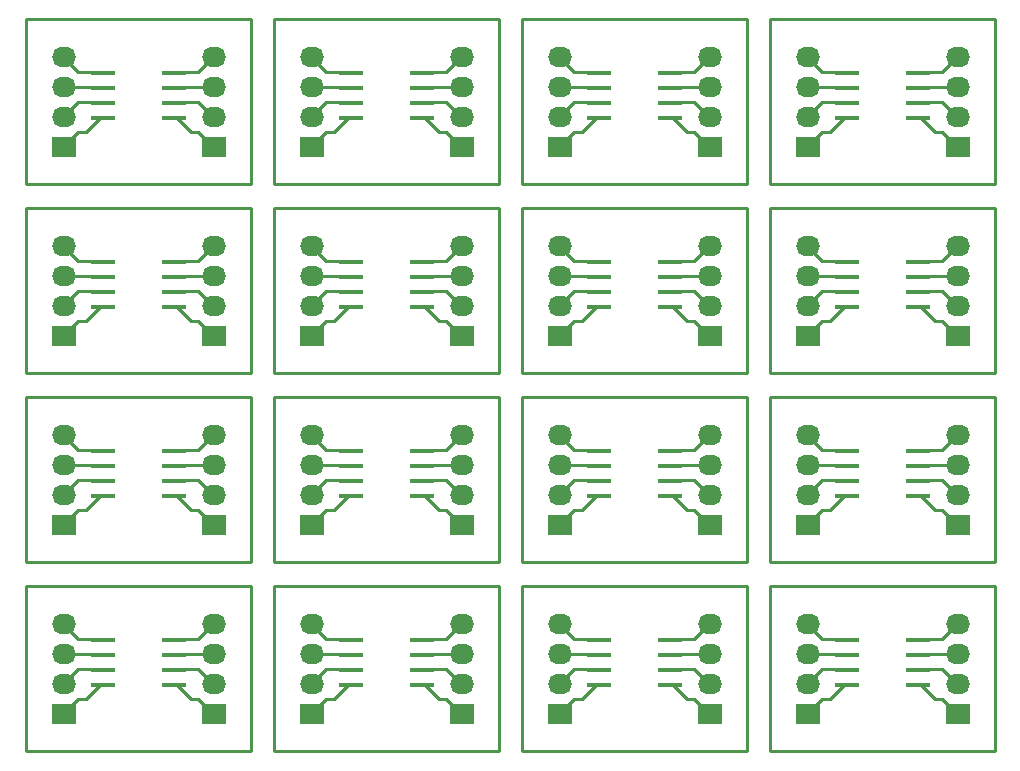
<source format=gbr>
G04 #@! TF.FileFunction,Copper,L2,Bot,Signal*
%FSLAX46Y46*%
G04 Gerber Fmt 4.6, Leading zero omitted, Abs format (unit mm)*
G04 Created by KiCad (PCBNEW (2015-06-03 BZR 5697)-product) date Thursday, 18 June 2015 09:42:36*
%MOMM*%
G01*
G04 APERTURE LIST*
%ADD10C,0.100000*%
%ADD11R,2.000000X0.400000*%
%ADD12R,2.032000X1.727200*%
%ADD13O,2.032000X1.727200*%
%ADD14C,0.250000*%
G04 APERTURE END LIST*
D10*
D11*
X214630000Y-150965000D03*
X214630000Y-152235000D03*
X214630000Y-153505000D03*
X214630000Y-154775000D03*
X208630000Y-154775000D03*
X208630000Y-153505000D03*
X208630000Y-152235000D03*
X208630000Y-150965000D03*
X193630000Y-150965000D03*
X193630000Y-152235000D03*
X193630000Y-153505000D03*
X193630000Y-154775000D03*
X187630000Y-154775000D03*
X187630000Y-153505000D03*
X187630000Y-152235000D03*
X187630000Y-150965000D03*
X172630000Y-150965000D03*
X172630000Y-152235000D03*
X172630000Y-153505000D03*
X172630000Y-154775000D03*
X166630000Y-154775000D03*
X166630000Y-153505000D03*
X166630000Y-152235000D03*
X166630000Y-150965000D03*
X151630000Y-150965000D03*
X151630000Y-152235000D03*
X151630000Y-153505000D03*
X151630000Y-154775000D03*
X145630000Y-154775000D03*
X145630000Y-153505000D03*
X145630000Y-152235000D03*
X145630000Y-150965000D03*
X214630000Y-134965000D03*
X214630000Y-136235000D03*
X214630000Y-137505000D03*
X214630000Y-138775000D03*
X208630000Y-138775000D03*
X208630000Y-137505000D03*
X208630000Y-136235000D03*
X208630000Y-134965000D03*
X193630000Y-134965000D03*
X193630000Y-136235000D03*
X193630000Y-137505000D03*
X193630000Y-138775000D03*
X187630000Y-138775000D03*
X187630000Y-137505000D03*
X187630000Y-136235000D03*
X187630000Y-134965000D03*
X172630000Y-134965000D03*
X172630000Y-136235000D03*
X172630000Y-137505000D03*
X172630000Y-138775000D03*
X166630000Y-138775000D03*
X166630000Y-137505000D03*
X166630000Y-136235000D03*
X166630000Y-134965000D03*
X151630000Y-134965000D03*
X151630000Y-136235000D03*
X151630000Y-137505000D03*
X151630000Y-138775000D03*
X145630000Y-138775000D03*
X145630000Y-137505000D03*
X145630000Y-136235000D03*
X145630000Y-134965000D03*
X214630000Y-118965000D03*
X214630000Y-120235000D03*
X214630000Y-121505000D03*
X214630000Y-122775000D03*
X208630000Y-122775000D03*
X208630000Y-121505000D03*
X208630000Y-120235000D03*
X208630000Y-118965000D03*
X193630000Y-118965000D03*
X193630000Y-120235000D03*
X193630000Y-121505000D03*
X193630000Y-122775000D03*
X187630000Y-122775000D03*
X187630000Y-121505000D03*
X187630000Y-120235000D03*
X187630000Y-118965000D03*
X172630000Y-118965000D03*
X172630000Y-120235000D03*
X172630000Y-121505000D03*
X172630000Y-122775000D03*
X166630000Y-122775000D03*
X166630000Y-121505000D03*
X166630000Y-120235000D03*
X166630000Y-118965000D03*
X151630000Y-118965000D03*
X151630000Y-120235000D03*
X151630000Y-121505000D03*
X151630000Y-122775000D03*
X145630000Y-122775000D03*
X145630000Y-121505000D03*
X145630000Y-120235000D03*
X145630000Y-118965000D03*
X214630000Y-102965000D03*
X214630000Y-104235000D03*
X214630000Y-105505000D03*
X214630000Y-106775000D03*
X208630000Y-106775000D03*
X208630000Y-105505000D03*
X208630000Y-104235000D03*
X208630000Y-102965000D03*
X193630000Y-102965000D03*
X193630000Y-104235000D03*
X193630000Y-105505000D03*
X193630000Y-106775000D03*
X187630000Y-106775000D03*
X187630000Y-105505000D03*
X187630000Y-104235000D03*
X187630000Y-102965000D03*
X172630000Y-102965000D03*
X172630000Y-104235000D03*
X172630000Y-105505000D03*
X172630000Y-106775000D03*
X166630000Y-106775000D03*
X166630000Y-105505000D03*
X166630000Y-104235000D03*
X166630000Y-102965000D03*
D12*
X218003500Y-157220000D03*
D13*
X218003500Y-154680000D03*
X218003500Y-152140000D03*
X218003500Y-149600000D03*
D12*
X197003500Y-157220000D03*
D13*
X197003500Y-154680000D03*
X197003500Y-152140000D03*
X197003500Y-149600000D03*
D12*
X176003500Y-157220000D03*
D13*
X176003500Y-154680000D03*
X176003500Y-152140000D03*
X176003500Y-149600000D03*
D12*
X155003500Y-157220000D03*
D13*
X155003500Y-154680000D03*
X155003500Y-152140000D03*
X155003500Y-149600000D03*
D12*
X218003500Y-141220000D03*
D13*
X218003500Y-138680000D03*
X218003500Y-136140000D03*
X218003500Y-133600000D03*
D12*
X197003500Y-141220000D03*
D13*
X197003500Y-138680000D03*
X197003500Y-136140000D03*
X197003500Y-133600000D03*
D12*
X176003500Y-141220000D03*
D13*
X176003500Y-138680000D03*
X176003500Y-136140000D03*
X176003500Y-133600000D03*
D12*
X155003500Y-141220000D03*
D13*
X155003500Y-138680000D03*
X155003500Y-136140000D03*
X155003500Y-133600000D03*
D12*
X218003500Y-125220000D03*
D13*
X218003500Y-122680000D03*
X218003500Y-120140000D03*
X218003500Y-117600000D03*
D12*
X197003500Y-125220000D03*
D13*
X197003500Y-122680000D03*
X197003500Y-120140000D03*
X197003500Y-117600000D03*
D12*
X176003500Y-125220000D03*
D13*
X176003500Y-122680000D03*
X176003500Y-120140000D03*
X176003500Y-117600000D03*
D12*
X155003500Y-125220000D03*
D13*
X155003500Y-122680000D03*
X155003500Y-120140000D03*
X155003500Y-117600000D03*
D12*
X218003500Y-109220000D03*
D13*
X218003500Y-106680000D03*
X218003500Y-104140000D03*
X218003500Y-101600000D03*
D12*
X197003500Y-109220000D03*
D13*
X197003500Y-106680000D03*
X197003500Y-104140000D03*
X197003500Y-101600000D03*
D12*
X176003500Y-109220000D03*
D13*
X176003500Y-106680000D03*
X176003500Y-104140000D03*
X176003500Y-101600000D03*
D12*
X205303500Y-157220000D03*
D13*
X205303500Y-154680000D03*
X205303500Y-152140000D03*
X205303500Y-149600000D03*
D12*
X184303500Y-157220000D03*
D13*
X184303500Y-154680000D03*
X184303500Y-152140000D03*
X184303500Y-149600000D03*
D12*
X163303500Y-157220000D03*
D13*
X163303500Y-154680000D03*
X163303500Y-152140000D03*
X163303500Y-149600000D03*
D12*
X142303500Y-157220000D03*
D13*
X142303500Y-154680000D03*
X142303500Y-152140000D03*
X142303500Y-149600000D03*
D12*
X205303500Y-141220000D03*
D13*
X205303500Y-138680000D03*
X205303500Y-136140000D03*
X205303500Y-133600000D03*
D12*
X184303500Y-141220000D03*
D13*
X184303500Y-138680000D03*
X184303500Y-136140000D03*
X184303500Y-133600000D03*
D12*
X163303500Y-141220000D03*
D13*
X163303500Y-138680000D03*
X163303500Y-136140000D03*
X163303500Y-133600000D03*
D12*
X142303500Y-141220000D03*
D13*
X142303500Y-138680000D03*
X142303500Y-136140000D03*
X142303500Y-133600000D03*
D12*
X205303500Y-125220000D03*
D13*
X205303500Y-122680000D03*
X205303500Y-120140000D03*
X205303500Y-117600000D03*
D12*
X184303500Y-125220000D03*
D13*
X184303500Y-122680000D03*
X184303500Y-120140000D03*
X184303500Y-117600000D03*
D12*
X163303500Y-125220000D03*
D13*
X163303500Y-122680000D03*
X163303500Y-120140000D03*
X163303500Y-117600000D03*
D12*
X142303500Y-125220000D03*
D13*
X142303500Y-122680000D03*
X142303500Y-120140000D03*
X142303500Y-117600000D03*
D12*
X205303500Y-109220000D03*
D13*
X205303500Y-106680000D03*
X205303500Y-104140000D03*
X205303500Y-101600000D03*
D12*
X184303500Y-109220000D03*
D13*
X184303500Y-106680000D03*
X184303500Y-104140000D03*
X184303500Y-101600000D03*
D12*
X163303500Y-109220000D03*
D13*
X163303500Y-106680000D03*
X163303500Y-104140000D03*
X163303500Y-101600000D03*
D12*
X142303500Y-109220000D03*
D13*
X142303500Y-106680000D03*
X142303500Y-104140000D03*
X142303500Y-101600000D03*
D12*
X155003500Y-109220000D03*
D13*
X155003500Y-106680000D03*
X155003500Y-104140000D03*
X155003500Y-101600000D03*
D11*
X151630000Y-102965000D03*
X151630000Y-104235000D03*
X151630000Y-105505000D03*
X151630000Y-106775000D03*
X145630000Y-106775000D03*
X145630000Y-105505000D03*
X145630000Y-104235000D03*
X145630000Y-102965000D03*
D14*
X139065000Y-98425000D02*
X158115000Y-98425000D01*
X158115000Y-98425000D02*
X158115000Y-104775000D01*
X158115000Y-104775000D02*
X158115000Y-108573102D01*
X158115000Y-108573102D02*
X158115000Y-112395000D01*
X158115000Y-112395000D02*
X139065000Y-112395000D01*
X139065000Y-112395000D02*
X139065000Y-98425000D01*
X139065000Y-98425000D02*
X143510000Y-98425000D01*
X143510000Y-98425000D02*
X148590000Y-98425000D01*
X179115000Y-98425000D02*
X179115000Y-104775000D01*
X200115000Y-98425000D02*
X200115000Y-104775000D01*
X221115000Y-98425000D02*
X221115000Y-104775000D01*
X158115000Y-114425000D02*
X158115000Y-120775000D01*
X179115000Y-114425000D02*
X179115000Y-120775000D01*
X200115000Y-114425000D02*
X200115000Y-120775000D01*
X221115000Y-114425000D02*
X221115000Y-120775000D01*
X158115000Y-130425000D02*
X158115000Y-136775000D01*
X179115000Y-130425000D02*
X179115000Y-136775000D01*
X200115000Y-130425000D02*
X200115000Y-136775000D01*
X221115000Y-130425000D02*
X221115000Y-136775000D01*
X158115000Y-146425000D02*
X158115000Y-152775000D01*
X179115000Y-146425000D02*
X179115000Y-152775000D01*
X200115000Y-146425000D02*
X200115000Y-152775000D01*
X221115000Y-146425000D02*
X221115000Y-152775000D01*
X160065000Y-98425000D02*
X179115000Y-98425000D01*
X181065000Y-98425000D02*
X200115000Y-98425000D01*
X202065000Y-98425000D02*
X221115000Y-98425000D01*
X139065000Y-114425000D02*
X158115000Y-114425000D01*
X160065000Y-114425000D02*
X179115000Y-114425000D01*
X181065000Y-114425000D02*
X200115000Y-114425000D01*
X202065000Y-114425000D02*
X221115000Y-114425000D01*
X139065000Y-130425000D02*
X158115000Y-130425000D01*
X160065000Y-130425000D02*
X179115000Y-130425000D01*
X181065000Y-130425000D02*
X200115000Y-130425000D01*
X202065000Y-130425000D02*
X221115000Y-130425000D01*
X139065000Y-146425000D02*
X158115000Y-146425000D01*
X160065000Y-146425000D02*
X179115000Y-146425000D01*
X181065000Y-146425000D02*
X200115000Y-146425000D01*
X202065000Y-146425000D02*
X221115000Y-146425000D01*
X179115000Y-104775000D02*
X179115000Y-108573102D01*
X200115000Y-104775000D02*
X200115000Y-108573102D01*
X221115000Y-104775000D02*
X221115000Y-108573102D01*
X158115000Y-120775000D02*
X158115000Y-124573102D01*
X179115000Y-120775000D02*
X179115000Y-124573102D01*
X200115000Y-120775000D02*
X200115000Y-124573102D01*
X221115000Y-120775000D02*
X221115000Y-124573102D01*
X158115000Y-136775000D02*
X158115000Y-140573102D01*
X179115000Y-136775000D02*
X179115000Y-140573102D01*
X200115000Y-136775000D02*
X200115000Y-140573102D01*
X221115000Y-136775000D02*
X221115000Y-140573102D01*
X158115000Y-152775000D02*
X158115000Y-156573102D01*
X179115000Y-152775000D02*
X179115000Y-156573102D01*
X200115000Y-152775000D02*
X200115000Y-156573102D01*
X221115000Y-152775000D02*
X221115000Y-156573102D01*
X179115000Y-108573102D02*
X179115000Y-112395000D01*
X200115000Y-108573102D02*
X200115000Y-112395000D01*
X221115000Y-108573102D02*
X221115000Y-112395000D01*
X158115000Y-124573102D02*
X158115000Y-128395000D01*
X179115000Y-124573102D02*
X179115000Y-128395000D01*
X200115000Y-124573102D02*
X200115000Y-128395000D01*
X221115000Y-124573102D02*
X221115000Y-128395000D01*
X158115000Y-140573102D02*
X158115000Y-144395000D01*
X179115000Y-140573102D02*
X179115000Y-144395000D01*
X200115000Y-140573102D02*
X200115000Y-144395000D01*
X221115000Y-140573102D02*
X221115000Y-144395000D01*
X158115000Y-156573102D02*
X158115000Y-160395000D01*
X179115000Y-156573102D02*
X179115000Y-160395000D01*
X200115000Y-156573102D02*
X200115000Y-160395000D01*
X221115000Y-156573102D02*
X221115000Y-160395000D01*
X179115000Y-112395000D02*
X160065000Y-112395000D01*
X200115000Y-112395000D02*
X181065000Y-112395000D01*
X221115000Y-112395000D02*
X202065000Y-112395000D01*
X158115000Y-128395000D02*
X139065000Y-128395000D01*
X179115000Y-128395000D02*
X160065000Y-128395000D01*
X200115000Y-128395000D02*
X181065000Y-128395000D01*
X221115000Y-128395000D02*
X202065000Y-128395000D01*
X158115000Y-144395000D02*
X139065000Y-144395000D01*
X179115000Y-144395000D02*
X160065000Y-144395000D01*
X200115000Y-144395000D02*
X181065000Y-144395000D01*
X221115000Y-144395000D02*
X202065000Y-144395000D01*
X158115000Y-160395000D02*
X139065000Y-160395000D01*
X179115000Y-160395000D02*
X160065000Y-160395000D01*
X200115000Y-160395000D02*
X181065000Y-160395000D01*
X221115000Y-160395000D02*
X202065000Y-160395000D01*
X160065000Y-98425000D02*
X164510000Y-98425000D01*
X181065000Y-98425000D02*
X185510000Y-98425000D01*
X202065000Y-98425000D02*
X206510000Y-98425000D01*
X139065000Y-114425000D02*
X143510000Y-114425000D01*
X160065000Y-114425000D02*
X164510000Y-114425000D01*
X181065000Y-114425000D02*
X185510000Y-114425000D01*
X202065000Y-114425000D02*
X206510000Y-114425000D01*
X139065000Y-130425000D02*
X143510000Y-130425000D01*
X160065000Y-130425000D02*
X164510000Y-130425000D01*
X181065000Y-130425000D02*
X185510000Y-130425000D01*
X202065000Y-130425000D02*
X206510000Y-130425000D01*
X139065000Y-146425000D02*
X143510000Y-146425000D01*
X160065000Y-146425000D02*
X164510000Y-146425000D01*
X181065000Y-146425000D02*
X185510000Y-146425000D01*
X202065000Y-146425000D02*
X206510000Y-146425000D01*
X164510000Y-98425000D02*
X169590000Y-98425000D01*
X185510000Y-98425000D02*
X190590000Y-98425000D01*
X206510000Y-98425000D02*
X211590000Y-98425000D01*
X143510000Y-114425000D02*
X148590000Y-114425000D01*
X164510000Y-114425000D02*
X169590000Y-114425000D01*
X185510000Y-114425000D02*
X190590000Y-114425000D01*
X206510000Y-114425000D02*
X211590000Y-114425000D01*
X143510000Y-130425000D02*
X148590000Y-130425000D01*
X164510000Y-130425000D02*
X169590000Y-130425000D01*
X185510000Y-130425000D02*
X190590000Y-130425000D01*
X206510000Y-130425000D02*
X211590000Y-130425000D01*
X143510000Y-146425000D02*
X148590000Y-146425000D01*
X164510000Y-146425000D02*
X169590000Y-146425000D01*
X185510000Y-146425000D02*
X190590000Y-146425000D01*
X206510000Y-146425000D02*
X211590000Y-146425000D01*
X160065000Y-112395000D02*
X160065000Y-98425000D01*
X181065000Y-112395000D02*
X181065000Y-98425000D01*
X202065000Y-112395000D02*
X202065000Y-98425000D01*
X139065000Y-128395000D02*
X139065000Y-114425000D01*
X160065000Y-128395000D02*
X160065000Y-114425000D01*
X181065000Y-128395000D02*
X181065000Y-114425000D01*
X202065000Y-128395000D02*
X202065000Y-114425000D01*
X139065000Y-144395000D02*
X139065000Y-130425000D01*
X160065000Y-144395000D02*
X160065000Y-130425000D01*
X181065000Y-144395000D02*
X181065000Y-130425000D01*
X202065000Y-144395000D02*
X202065000Y-130425000D01*
X139065000Y-160395000D02*
X139065000Y-146425000D01*
X160065000Y-160395000D02*
X160065000Y-146425000D01*
X181065000Y-160395000D02*
X181065000Y-146425000D01*
X202065000Y-160395000D02*
X202065000Y-146425000D01*
X145415000Y-106680000D02*
X145630000Y-106775000D01*
X144145000Y-107950000D02*
X145415000Y-106680000D01*
X143510000Y-107950000D02*
X144145000Y-107950000D01*
X142240000Y-109220000D02*
X143510000Y-107950000D01*
X142303500Y-109220000D02*
X142240000Y-109220000D01*
X166415000Y-106680000D02*
X166630000Y-106775000D01*
X187415000Y-106680000D02*
X187630000Y-106775000D01*
X208415000Y-106680000D02*
X208630000Y-106775000D01*
X145415000Y-122680000D02*
X145630000Y-122775000D01*
X166415000Y-122680000D02*
X166630000Y-122775000D01*
X187415000Y-122680000D02*
X187630000Y-122775000D01*
X208415000Y-122680000D02*
X208630000Y-122775000D01*
X145415000Y-138680000D02*
X145630000Y-138775000D01*
X166415000Y-138680000D02*
X166630000Y-138775000D01*
X187415000Y-138680000D02*
X187630000Y-138775000D01*
X208415000Y-138680000D02*
X208630000Y-138775000D01*
X145415000Y-154680000D02*
X145630000Y-154775000D01*
X166415000Y-154680000D02*
X166630000Y-154775000D01*
X187415000Y-154680000D02*
X187630000Y-154775000D01*
X208415000Y-154680000D02*
X208630000Y-154775000D01*
X164510000Y-107950000D02*
X165145000Y-107950000D01*
X185510000Y-107950000D02*
X186145000Y-107950000D01*
X206510000Y-107950000D02*
X207145000Y-107950000D01*
X143510000Y-123950000D02*
X144145000Y-123950000D01*
X164510000Y-123950000D02*
X165145000Y-123950000D01*
X185510000Y-123950000D02*
X186145000Y-123950000D01*
X206510000Y-123950000D02*
X207145000Y-123950000D01*
X143510000Y-139950000D02*
X144145000Y-139950000D01*
X164510000Y-139950000D02*
X165145000Y-139950000D01*
X185510000Y-139950000D02*
X186145000Y-139950000D01*
X206510000Y-139950000D02*
X207145000Y-139950000D01*
X143510000Y-155950000D02*
X144145000Y-155950000D01*
X164510000Y-155950000D02*
X165145000Y-155950000D01*
X185510000Y-155950000D02*
X186145000Y-155950000D01*
X206510000Y-155950000D02*
X207145000Y-155950000D01*
X165145000Y-107950000D02*
X166415000Y-106680000D01*
X186145000Y-107950000D02*
X187415000Y-106680000D01*
X207145000Y-107950000D02*
X208415000Y-106680000D01*
X144145000Y-123950000D02*
X145415000Y-122680000D01*
X165145000Y-123950000D02*
X166415000Y-122680000D01*
X186145000Y-123950000D02*
X187415000Y-122680000D01*
X207145000Y-123950000D02*
X208415000Y-122680000D01*
X144145000Y-139950000D02*
X145415000Y-138680000D01*
X165145000Y-139950000D02*
X166415000Y-138680000D01*
X186145000Y-139950000D02*
X187415000Y-138680000D01*
X207145000Y-139950000D02*
X208415000Y-138680000D01*
X144145000Y-155950000D02*
X145415000Y-154680000D01*
X165145000Y-155950000D02*
X166415000Y-154680000D01*
X186145000Y-155950000D02*
X187415000Y-154680000D01*
X207145000Y-155950000D02*
X208415000Y-154680000D01*
X163303500Y-109220000D02*
X163240000Y-109220000D01*
X184303500Y-109220000D02*
X184240000Y-109220000D01*
X205303500Y-109220000D02*
X205240000Y-109220000D01*
X142303500Y-125220000D02*
X142240000Y-125220000D01*
X163303500Y-125220000D02*
X163240000Y-125220000D01*
X184303500Y-125220000D02*
X184240000Y-125220000D01*
X205303500Y-125220000D02*
X205240000Y-125220000D01*
X142303500Y-141220000D02*
X142240000Y-141220000D01*
X163303500Y-141220000D02*
X163240000Y-141220000D01*
X184303500Y-141220000D02*
X184240000Y-141220000D01*
X205303500Y-141220000D02*
X205240000Y-141220000D01*
X142303500Y-157220000D02*
X142240000Y-157220000D01*
X163303500Y-157220000D02*
X163240000Y-157220000D01*
X184303500Y-157220000D02*
X184240000Y-157220000D01*
X205303500Y-157220000D02*
X205240000Y-157220000D01*
X163240000Y-109220000D02*
X164510000Y-107950000D01*
X184240000Y-109220000D02*
X185510000Y-107950000D01*
X205240000Y-109220000D02*
X206510000Y-107950000D01*
X142240000Y-125220000D02*
X143510000Y-123950000D01*
X163240000Y-125220000D02*
X164510000Y-123950000D01*
X184240000Y-125220000D02*
X185510000Y-123950000D01*
X205240000Y-125220000D02*
X206510000Y-123950000D01*
X142240000Y-141220000D02*
X143510000Y-139950000D01*
X163240000Y-141220000D02*
X164510000Y-139950000D01*
X184240000Y-141220000D02*
X185510000Y-139950000D01*
X205240000Y-141220000D02*
X206510000Y-139950000D01*
X142240000Y-157220000D02*
X143510000Y-155950000D01*
X163240000Y-157220000D02*
X164510000Y-155950000D01*
X184240000Y-157220000D02*
X185510000Y-155950000D01*
X205240000Y-157220000D02*
X206510000Y-155950000D01*
X145415000Y-105410000D02*
X145630000Y-105505000D01*
X143510000Y-105410000D02*
X145415000Y-105410000D01*
X142240000Y-106680000D02*
X143510000Y-105410000D01*
X142303500Y-106680000D02*
X142240000Y-106680000D01*
X163303500Y-106680000D02*
X163240000Y-106680000D01*
X184303500Y-106680000D02*
X184240000Y-106680000D01*
X205303500Y-106680000D02*
X205240000Y-106680000D01*
X142303500Y-122680000D02*
X142240000Y-122680000D01*
X163303500Y-122680000D02*
X163240000Y-122680000D01*
X184303500Y-122680000D02*
X184240000Y-122680000D01*
X205303500Y-122680000D02*
X205240000Y-122680000D01*
X142303500Y-138680000D02*
X142240000Y-138680000D01*
X163303500Y-138680000D02*
X163240000Y-138680000D01*
X184303500Y-138680000D02*
X184240000Y-138680000D01*
X205303500Y-138680000D02*
X205240000Y-138680000D01*
X142303500Y-154680000D02*
X142240000Y-154680000D01*
X163303500Y-154680000D02*
X163240000Y-154680000D01*
X184303500Y-154680000D02*
X184240000Y-154680000D01*
X205303500Y-154680000D02*
X205240000Y-154680000D01*
X166415000Y-105410000D02*
X166630000Y-105505000D01*
X187415000Y-105410000D02*
X187630000Y-105505000D01*
X208415000Y-105410000D02*
X208630000Y-105505000D01*
X145415000Y-121410000D02*
X145630000Y-121505000D01*
X166415000Y-121410000D02*
X166630000Y-121505000D01*
X187415000Y-121410000D02*
X187630000Y-121505000D01*
X208415000Y-121410000D02*
X208630000Y-121505000D01*
X145415000Y-137410000D02*
X145630000Y-137505000D01*
X166415000Y-137410000D02*
X166630000Y-137505000D01*
X187415000Y-137410000D02*
X187630000Y-137505000D01*
X208415000Y-137410000D02*
X208630000Y-137505000D01*
X145415000Y-153410000D02*
X145630000Y-153505000D01*
X166415000Y-153410000D02*
X166630000Y-153505000D01*
X187415000Y-153410000D02*
X187630000Y-153505000D01*
X208415000Y-153410000D02*
X208630000Y-153505000D01*
X164510000Y-105410000D02*
X166415000Y-105410000D01*
X185510000Y-105410000D02*
X187415000Y-105410000D01*
X206510000Y-105410000D02*
X208415000Y-105410000D01*
X143510000Y-121410000D02*
X145415000Y-121410000D01*
X164510000Y-121410000D02*
X166415000Y-121410000D01*
X185510000Y-121410000D02*
X187415000Y-121410000D01*
X206510000Y-121410000D02*
X208415000Y-121410000D01*
X143510000Y-137410000D02*
X145415000Y-137410000D01*
X164510000Y-137410000D02*
X166415000Y-137410000D01*
X185510000Y-137410000D02*
X187415000Y-137410000D01*
X206510000Y-137410000D02*
X208415000Y-137410000D01*
X143510000Y-153410000D02*
X145415000Y-153410000D01*
X164510000Y-153410000D02*
X166415000Y-153410000D01*
X185510000Y-153410000D02*
X187415000Y-153410000D01*
X206510000Y-153410000D02*
X208415000Y-153410000D01*
X163240000Y-106680000D02*
X164510000Y-105410000D01*
X184240000Y-106680000D02*
X185510000Y-105410000D01*
X205240000Y-106680000D02*
X206510000Y-105410000D01*
X142240000Y-122680000D02*
X143510000Y-121410000D01*
X163240000Y-122680000D02*
X164510000Y-121410000D01*
X184240000Y-122680000D02*
X185510000Y-121410000D01*
X205240000Y-122680000D02*
X206510000Y-121410000D01*
X142240000Y-138680000D02*
X143510000Y-137410000D01*
X163240000Y-138680000D02*
X164510000Y-137410000D01*
X184240000Y-138680000D02*
X185510000Y-137410000D01*
X205240000Y-138680000D02*
X206510000Y-137410000D01*
X142240000Y-154680000D02*
X143510000Y-153410000D01*
X163240000Y-154680000D02*
X164510000Y-153410000D01*
X184240000Y-154680000D02*
X185510000Y-153410000D01*
X205240000Y-154680000D02*
X206510000Y-153410000D01*
X145415000Y-104140000D02*
X145630000Y-104235000D01*
X142303500Y-104140000D02*
X145415000Y-104140000D01*
X163303500Y-104140000D02*
X166415000Y-104140000D01*
X184303500Y-104140000D02*
X187415000Y-104140000D01*
X205303500Y-104140000D02*
X208415000Y-104140000D01*
X142303500Y-120140000D02*
X145415000Y-120140000D01*
X163303500Y-120140000D02*
X166415000Y-120140000D01*
X184303500Y-120140000D02*
X187415000Y-120140000D01*
X205303500Y-120140000D02*
X208415000Y-120140000D01*
X142303500Y-136140000D02*
X145415000Y-136140000D01*
X163303500Y-136140000D02*
X166415000Y-136140000D01*
X184303500Y-136140000D02*
X187415000Y-136140000D01*
X205303500Y-136140000D02*
X208415000Y-136140000D01*
X142303500Y-152140000D02*
X145415000Y-152140000D01*
X163303500Y-152140000D02*
X166415000Y-152140000D01*
X184303500Y-152140000D02*
X187415000Y-152140000D01*
X205303500Y-152140000D02*
X208415000Y-152140000D01*
X166415000Y-104140000D02*
X166630000Y-104235000D01*
X187415000Y-104140000D02*
X187630000Y-104235000D01*
X208415000Y-104140000D02*
X208630000Y-104235000D01*
X145415000Y-120140000D02*
X145630000Y-120235000D01*
X166415000Y-120140000D02*
X166630000Y-120235000D01*
X187415000Y-120140000D02*
X187630000Y-120235000D01*
X208415000Y-120140000D02*
X208630000Y-120235000D01*
X145415000Y-136140000D02*
X145630000Y-136235000D01*
X166415000Y-136140000D02*
X166630000Y-136235000D01*
X187415000Y-136140000D02*
X187630000Y-136235000D01*
X208415000Y-136140000D02*
X208630000Y-136235000D01*
X145415000Y-152140000D02*
X145630000Y-152235000D01*
X166415000Y-152140000D02*
X166630000Y-152235000D01*
X187415000Y-152140000D02*
X187630000Y-152235000D01*
X208415000Y-152140000D02*
X208630000Y-152235000D01*
X145415000Y-102870000D02*
X145630000Y-102965000D01*
X143510000Y-102870000D02*
X145415000Y-102870000D01*
X142240000Y-101600000D02*
X143510000Y-102870000D01*
X142303500Y-101600000D02*
X142240000Y-101600000D01*
X164510000Y-102870000D02*
X166415000Y-102870000D01*
X185510000Y-102870000D02*
X187415000Y-102870000D01*
X206510000Y-102870000D02*
X208415000Y-102870000D01*
X143510000Y-118870000D02*
X145415000Y-118870000D01*
X164510000Y-118870000D02*
X166415000Y-118870000D01*
X185510000Y-118870000D02*
X187415000Y-118870000D01*
X206510000Y-118870000D02*
X208415000Y-118870000D01*
X143510000Y-134870000D02*
X145415000Y-134870000D01*
X164510000Y-134870000D02*
X166415000Y-134870000D01*
X185510000Y-134870000D02*
X187415000Y-134870000D01*
X206510000Y-134870000D02*
X208415000Y-134870000D01*
X143510000Y-150870000D02*
X145415000Y-150870000D01*
X164510000Y-150870000D02*
X166415000Y-150870000D01*
X185510000Y-150870000D02*
X187415000Y-150870000D01*
X206510000Y-150870000D02*
X208415000Y-150870000D01*
X166415000Y-102870000D02*
X166630000Y-102965000D01*
X187415000Y-102870000D02*
X187630000Y-102965000D01*
X208415000Y-102870000D02*
X208630000Y-102965000D01*
X145415000Y-118870000D02*
X145630000Y-118965000D01*
X166415000Y-118870000D02*
X166630000Y-118965000D01*
X187415000Y-118870000D02*
X187630000Y-118965000D01*
X208415000Y-118870000D02*
X208630000Y-118965000D01*
X145415000Y-134870000D02*
X145630000Y-134965000D01*
X166415000Y-134870000D02*
X166630000Y-134965000D01*
X187415000Y-134870000D02*
X187630000Y-134965000D01*
X208415000Y-134870000D02*
X208630000Y-134965000D01*
X145415000Y-150870000D02*
X145630000Y-150965000D01*
X166415000Y-150870000D02*
X166630000Y-150965000D01*
X187415000Y-150870000D02*
X187630000Y-150965000D01*
X208415000Y-150870000D02*
X208630000Y-150965000D01*
X163303500Y-101600000D02*
X163240000Y-101600000D01*
X184303500Y-101600000D02*
X184240000Y-101600000D01*
X205303500Y-101600000D02*
X205240000Y-101600000D01*
X142303500Y-117600000D02*
X142240000Y-117600000D01*
X163303500Y-117600000D02*
X163240000Y-117600000D01*
X184303500Y-117600000D02*
X184240000Y-117600000D01*
X205303500Y-117600000D02*
X205240000Y-117600000D01*
X142303500Y-133600000D02*
X142240000Y-133600000D01*
X163303500Y-133600000D02*
X163240000Y-133600000D01*
X184303500Y-133600000D02*
X184240000Y-133600000D01*
X205303500Y-133600000D02*
X205240000Y-133600000D01*
X142303500Y-149600000D02*
X142240000Y-149600000D01*
X163303500Y-149600000D02*
X163240000Y-149600000D01*
X184303500Y-149600000D02*
X184240000Y-149600000D01*
X205303500Y-149600000D02*
X205240000Y-149600000D01*
X163240000Y-101600000D02*
X164510000Y-102870000D01*
X184240000Y-101600000D02*
X185510000Y-102870000D01*
X205240000Y-101600000D02*
X206510000Y-102870000D01*
X142240000Y-117600000D02*
X143510000Y-118870000D01*
X163240000Y-117600000D02*
X164510000Y-118870000D01*
X184240000Y-117600000D02*
X185510000Y-118870000D01*
X205240000Y-117600000D02*
X206510000Y-118870000D01*
X142240000Y-133600000D02*
X143510000Y-134870000D01*
X163240000Y-133600000D02*
X164510000Y-134870000D01*
X184240000Y-133600000D02*
X185510000Y-134870000D01*
X205240000Y-133600000D02*
X206510000Y-134870000D01*
X142240000Y-149600000D02*
X143510000Y-150870000D01*
X163240000Y-149600000D02*
X164510000Y-150870000D01*
X184240000Y-149600000D02*
X185510000Y-150870000D01*
X205240000Y-149600000D02*
X206510000Y-150870000D01*
X151765000Y-102870000D02*
X151630000Y-102965000D01*
X153670000Y-102870000D02*
X151765000Y-102870000D01*
X154940000Y-101600000D02*
X153670000Y-102870000D01*
X155003500Y-101600000D02*
X154940000Y-101600000D01*
X176003500Y-101600000D02*
X175940000Y-101600000D01*
X197003500Y-101600000D02*
X196940000Y-101600000D01*
X218003500Y-101600000D02*
X217940000Y-101600000D01*
X155003500Y-117600000D02*
X154940000Y-117600000D01*
X176003500Y-117600000D02*
X175940000Y-117600000D01*
X197003500Y-117600000D02*
X196940000Y-117600000D01*
X218003500Y-117600000D02*
X217940000Y-117600000D01*
X155003500Y-133600000D02*
X154940000Y-133600000D01*
X176003500Y-133600000D02*
X175940000Y-133600000D01*
X197003500Y-133600000D02*
X196940000Y-133600000D01*
X218003500Y-133600000D02*
X217940000Y-133600000D01*
X155003500Y-149600000D02*
X154940000Y-149600000D01*
X176003500Y-149600000D02*
X175940000Y-149600000D01*
X197003500Y-149600000D02*
X196940000Y-149600000D01*
X218003500Y-149600000D02*
X217940000Y-149600000D01*
X172765000Y-102870000D02*
X172630000Y-102965000D01*
X193765000Y-102870000D02*
X193630000Y-102965000D01*
X214765000Y-102870000D02*
X214630000Y-102965000D01*
X151765000Y-118870000D02*
X151630000Y-118965000D01*
X172765000Y-118870000D02*
X172630000Y-118965000D01*
X193765000Y-118870000D02*
X193630000Y-118965000D01*
X214765000Y-118870000D02*
X214630000Y-118965000D01*
X151765000Y-134870000D02*
X151630000Y-134965000D01*
X172765000Y-134870000D02*
X172630000Y-134965000D01*
X193765000Y-134870000D02*
X193630000Y-134965000D01*
X214765000Y-134870000D02*
X214630000Y-134965000D01*
X151765000Y-150870000D02*
X151630000Y-150965000D01*
X172765000Y-150870000D02*
X172630000Y-150965000D01*
X193765000Y-150870000D02*
X193630000Y-150965000D01*
X214765000Y-150870000D02*
X214630000Y-150965000D01*
X175940000Y-101600000D02*
X174670000Y-102870000D01*
X196940000Y-101600000D02*
X195670000Y-102870000D01*
X217940000Y-101600000D02*
X216670000Y-102870000D01*
X154940000Y-117600000D02*
X153670000Y-118870000D01*
X175940000Y-117600000D02*
X174670000Y-118870000D01*
X196940000Y-117600000D02*
X195670000Y-118870000D01*
X217940000Y-117600000D02*
X216670000Y-118870000D01*
X154940000Y-133600000D02*
X153670000Y-134870000D01*
X175940000Y-133600000D02*
X174670000Y-134870000D01*
X196940000Y-133600000D02*
X195670000Y-134870000D01*
X217940000Y-133600000D02*
X216670000Y-134870000D01*
X154940000Y-149600000D02*
X153670000Y-150870000D01*
X175940000Y-149600000D02*
X174670000Y-150870000D01*
X196940000Y-149600000D02*
X195670000Y-150870000D01*
X217940000Y-149600000D02*
X216670000Y-150870000D01*
X174670000Y-102870000D02*
X172765000Y-102870000D01*
X195670000Y-102870000D02*
X193765000Y-102870000D01*
X216670000Y-102870000D02*
X214765000Y-102870000D01*
X153670000Y-118870000D02*
X151765000Y-118870000D01*
X174670000Y-118870000D02*
X172765000Y-118870000D01*
X195670000Y-118870000D02*
X193765000Y-118870000D01*
X216670000Y-118870000D02*
X214765000Y-118870000D01*
X153670000Y-134870000D02*
X151765000Y-134870000D01*
X174670000Y-134870000D02*
X172765000Y-134870000D01*
X195670000Y-134870000D02*
X193765000Y-134870000D01*
X216670000Y-134870000D02*
X214765000Y-134870000D01*
X153670000Y-150870000D02*
X151765000Y-150870000D01*
X174670000Y-150870000D02*
X172765000Y-150870000D01*
X195670000Y-150870000D02*
X193765000Y-150870000D01*
X216670000Y-150870000D02*
X214765000Y-150870000D01*
X151765000Y-104140000D02*
X151630000Y-104235000D01*
X155003500Y-104140000D02*
X151765000Y-104140000D01*
X172765000Y-104140000D02*
X172630000Y-104235000D01*
X193765000Y-104140000D02*
X193630000Y-104235000D01*
X214765000Y-104140000D02*
X214630000Y-104235000D01*
X151765000Y-120140000D02*
X151630000Y-120235000D01*
X172765000Y-120140000D02*
X172630000Y-120235000D01*
X193765000Y-120140000D02*
X193630000Y-120235000D01*
X214765000Y-120140000D02*
X214630000Y-120235000D01*
X151765000Y-136140000D02*
X151630000Y-136235000D01*
X172765000Y-136140000D02*
X172630000Y-136235000D01*
X193765000Y-136140000D02*
X193630000Y-136235000D01*
X214765000Y-136140000D02*
X214630000Y-136235000D01*
X151765000Y-152140000D02*
X151630000Y-152235000D01*
X172765000Y-152140000D02*
X172630000Y-152235000D01*
X193765000Y-152140000D02*
X193630000Y-152235000D01*
X214765000Y-152140000D02*
X214630000Y-152235000D01*
X176003500Y-104140000D02*
X172765000Y-104140000D01*
X197003500Y-104140000D02*
X193765000Y-104140000D01*
X218003500Y-104140000D02*
X214765000Y-104140000D01*
X155003500Y-120140000D02*
X151765000Y-120140000D01*
X176003500Y-120140000D02*
X172765000Y-120140000D01*
X197003500Y-120140000D02*
X193765000Y-120140000D01*
X218003500Y-120140000D02*
X214765000Y-120140000D01*
X155003500Y-136140000D02*
X151765000Y-136140000D01*
X176003500Y-136140000D02*
X172765000Y-136140000D01*
X197003500Y-136140000D02*
X193765000Y-136140000D01*
X218003500Y-136140000D02*
X214765000Y-136140000D01*
X155003500Y-152140000D02*
X151765000Y-152140000D01*
X176003500Y-152140000D02*
X172765000Y-152140000D01*
X197003500Y-152140000D02*
X193765000Y-152140000D01*
X218003500Y-152140000D02*
X214765000Y-152140000D01*
X151765000Y-105410000D02*
X151630000Y-105505000D01*
X153670000Y-105410000D02*
X151765000Y-105410000D01*
X154940000Y-106680000D02*
X153670000Y-105410000D01*
X155003500Y-106680000D02*
X154940000Y-106680000D01*
X174670000Y-105410000D02*
X172765000Y-105410000D01*
X195670000Y-105410000D02*
X193765000Y-105410000D01*
X216670000Y-105410000D02*
X214765000Y-105410000D01*
X153670000Y-121410000D02*
X151765000Y-121410000D01*
X174670000Y-121410000D02*
X172765000Y-121410000D01*
X195670000Y-121410000D02*
X193765000Y-121410000D01*
X216670000Y-121410000D02*
X214765000Y-121410000D01*
X153670000Y-137410000D02*
X151765000Y-137410000D01*
X174670000Y-137410000D02*
X172765000Y-137410000D01*
X195670000Y-137410000D02*
X193765000Y-137410000D01*
X216670000Y-137410000D02*
X214765000Y-137410000D01*
X153670000Y-153410000D02*
X151765000Y-153410000D01*
X174670000Y-153410000D02*
X172765000Y-153410000D01*
X195670000Y-153410000D02*
X193765000Y-153410000D01*
X216670000Y-153410000D02*
X214765000Y-153410000D01*
X172765000Y-105410000D02*
X172630000Y-105505000D01*
X193765000Y-105410000D02*
X193630000Y-105505000D01*
X214765000Y-105410000D02*
X214630000Y-105505000D01*
X151765000Y-121410000D02*
X151630000Y-121505000D01*
X172765000Y-121410000D02*
X172630000Y-121505000D01*
X193765000Y-121410000D02*
X193630000Y-121505000D01*
X214765000Y-121410000D02*
X214630000Y-121505000D01*
X151765000Y-137410000D02*
X151630000Y-137505000D01*
X172765000Y-137410000D02*
X172630000Y-137505000D01*
X193765000Y-137410000D02*
X193630000Y-137505000D01*
X214765000Y-137410000D02*
X214630000Y-137505000D01*
X151765000Y-153410000D02*
X151630000Y-153505000D01*
X172765000Y-153410000D02*
X172630000Y-153505000D01*
X193765000Y-153410000D02*
X193630000Y-153505000D01*
X214765000Y-153410000D02*
X214630000Y-153505000D01*
X175940000Y-106680000D02*
X174670000Y-105410000D01*
X196940000Y-106680000D02*
X195670000Y-105410000D01*
X217940000Y-106680000D02*
X216670000Y-105410000D01*
X154940000Y-122680000D02*
X153670000Y-121410000D01*
X175940000Y-122680000D02*
X174670000Y-121410000D01*
X196940000Y-122680000D02*
X195670000Y-121410000D01*
X217940000Y-122680000D02*
X216670000Y-121410000D01*
X154940000Y-138680000D02*
X153670000Y-137410000D01*
X175940000Y-138680000D02*
X174670000Y-137410000D01*
X196940000Y-138680000D02*
X195670000Y-137410000D01*
X217940000Y-138680000D02*
X216670000Y-137410000D01*
X154940000Y-154680000D02*
X153670000Y-153410000D01*
X175940000Y-154680000D02*
X174670000Y-153410000D01*
X196940000Y-154680000D02*
X195670000Y-153410000D01*
X217940000Y-154680000D02*
X216670000Y-153410000D01*
X176003500Y-106680000D02*
X175940000Y-106680000D01*
X197003500Y-106680000D02*
X196940000Y-106680000D01*
X218003500Y-106680000D02*
X217940000Y-106680000D01*
X155003500Y-122680000D02*
X154940000Y-122680000D01*
X176003500Y-122680000D02*
X175940000Y-122680000D01*
X197003500Y-122680000D02*
X196940000Y-122680000D01*
X218003500Y-122680000D02*
X217940000Y-122680000D01*
X155003500Y-138680000D02*
X154940000Y-138680000D01*
X176003500Y-138680000D02*
X175940000Y-138680000D01*
X197003500Y-138680000D02*
X196940000Y-138680000D01*
X218003500Y-138680000D02*
X217940000Y-138680000D01*
X155003500Y-154680000D02*
X154940000Y-154680000D01*
X176003500Y-154680000D02*
X175940000Y-154680000D01*
X197003500Y-154680000D02*
X196940000Y-154680000D01*
X218003500Y-154680000D02*
X217940000Y-154680000D01*
X151765000Y-106680000D02*
X151630000Y-106775000D01*
X153035000Y-107950000D02*
X151765000Y-106680000D01*
X153670000Y-107950000D02*
X153035000Y-107950000D01*
X154940000Y-109220000D02*
X153670000Y-107950000D01*
X155003500Y-109220000D02*
X154940000Y-109220000D01*
X172765000Y-106680000D02*
X172630000Y-106775000D01*
X193765000Y-106680000D02*
X193630000Y-106775000D01*
X214765000Y-106680000D02*
X214630000Y-106775000D01*
X151765000Y-122680000D02*
X151630000Y-122775000D01*
X172765000Y-122680000D02*
X172630000Y-122775000D01*
X193765000Y-122680000D02*
X193630000Y-122775000D01*
X214765000Y-122680000D02*
X214630000Y-122775000D01*
X151765000Y-138680000D02*
X151630000Y-138775000D01*
X172765000Y-138680000D02*
X172630000Y-138775000D01*
X193765000Y-138680000D02*
X193630000Y-138775000D01*
X214765000Y-138680000D02*
X214630000Y-138775000D01*
X151765000Y-154680000D02*
X151630000Y-154775000D01*
X172765000Y-154680000D02*
X172630000Y-154775000D01*
X193765000Y-154680000D02*
X193630000Y-154775000D01*
X214765000Y-154680000D02*
X214630000Y-154775000D01*
X174035000Y-107950000D02*
X172765000Y-106680000D01*
X195035000Y-107950000D02*
X193765000Y-106680000D01*
X216035000Y-107950000D02*
X214765000Y-106680000D01*
X153035000Y-123950000D02*
X151765000Y-122680000D01*
X174035000Y-123950000D02*
X172765000Y-122680000D01*
X195035000Y-123950000D02*
X193765000Y-122680000D01*
X216035000Y-123950000D02*
X214765000Y-122680000D01*
X153035000Y-139950000D02*
X151765000Y-138680000D01*
X174035000Y-139950000D02*
X172765000Y-138680000D01*
X195035000Y-139950000D02*
X193765000Y-138680000D01*
X216035000Y-139950000D02*
X214765000Y-138680000D01*
X153035000Y-155950000D02*
X151765000Y-154680000D01*
X174035000Y-155950000D02*
X172765000Y-154680000D01*
X195035000Y-155950000D02*
X193765000Y-154680000D01*
X216035000Y-155950000D02*
X214765000Y-154680000D01*
X174670000Y-107950000D02*
X174035000Y-107950000D01*
X195670000Y-107950000D02*
X195035000Y-107950000D01*
X216670000Y-107950000D02*
X216035000Y-107950000D01*
X153670000Y-123950000D02*
X153035000Y-123950000D01*
X174670000Y-123950000D02*
X174035000Y-123950000D01*
X195670000Y-123950000D02*
X195035000Y-123950000D01*
X216670000Y-123950000D02*
X216035000Y-123950000D01*
X153670000Y-139950000D02*
X153035000Y-139950000D01*
X174670000Y-139950000D02*
X174035000Y-139950000D01*
X195670000Y-139950000D02*
X195035000Y-139950000D01*
X216670000Y-139950000D02*
X216035000Y-139950000D01*
X153670000Y-155950000D02*
X153035000Y-155950000D01*
X174670000Y-155950000D02*
X174035000Y-155950000D01*
X195670000Y-155950000D02*
X195035000Y-155950000D01*
X216670000Y-155950000D02*
X216035000Y-155950000D01*
X175940000Y-109220000D02*
X174670000Y-107950000D01*
X196940000Y-109220000D02*
X195670000Y-107950000D01*
X217940000Y-109220000D02*
X216670000Y-107950000D01*
X154940000Y-125220000D02*
X153670000Y-123950000D01*
X175940000Y-125220000D02*
X174670000Y-123950000D01*
X196940000Y-125220000D02*
X195670000Y-123950000D01*
X217940000Y-125220000D02*
X216670000Y-123950000D01*
X154940000Y-141220000D02*
X153670000Y-139950000D01*
X175940000Y-141220000D02*
X174670000Y-139950000D01*
X196940000Y-141220000D02*
X195670000Y-139950000D01*
X217940000Y-141220000D02*
X216670000Y-139950000D01*
X154940000Y-157220000D02*
X153670000Y-155950000D01*
X175940000Y-157220000D02*
X174670000Y-155950000D01*
X196940000Y-157220000D02*
X195670000Y-155950000D01*
X217940000Y-157220000D02*
X216670000Y-155950000D01*
X176003500Y-109220000D02*
X175940000Y-109220000D01*
X197003500Y-109220000D02*
X196940000Y-109220000D01*
X218003500Y-109220000D02*
X217940000Y-109220000D01*
X155003500Y-125220000D02*
X154940000Y-125220000D01*
X176003500Y-125220000D02*
X175940000Y-125220000D01*
X197003500Y-125220000D02*
X196940000Y-125220000D01*
X218003500Y-125220000D02*
X217940000Y-125220000D01*
X155003500Y-141220000D02*
X154940000Y-141220000D01*
X176003500Y-141220000D02*
X175940000Y-141220000D01*
X197003500Y-141220000D02*
X196940000Y-141220000D01*
X218003500Y-141220000D02*
X217940000Y-141220000D01*
X155003500Y-157220000D02*
X154940000Y-157220000D01*
X176003500Y-157220000D02*
X175940000Y-157220000D01*
X197003500Y-157220000D02*
X196940000Y-157220000D01*
X218003500Y-157220000D02*
X217940000Y-157220000D01*
M02*

</source>
